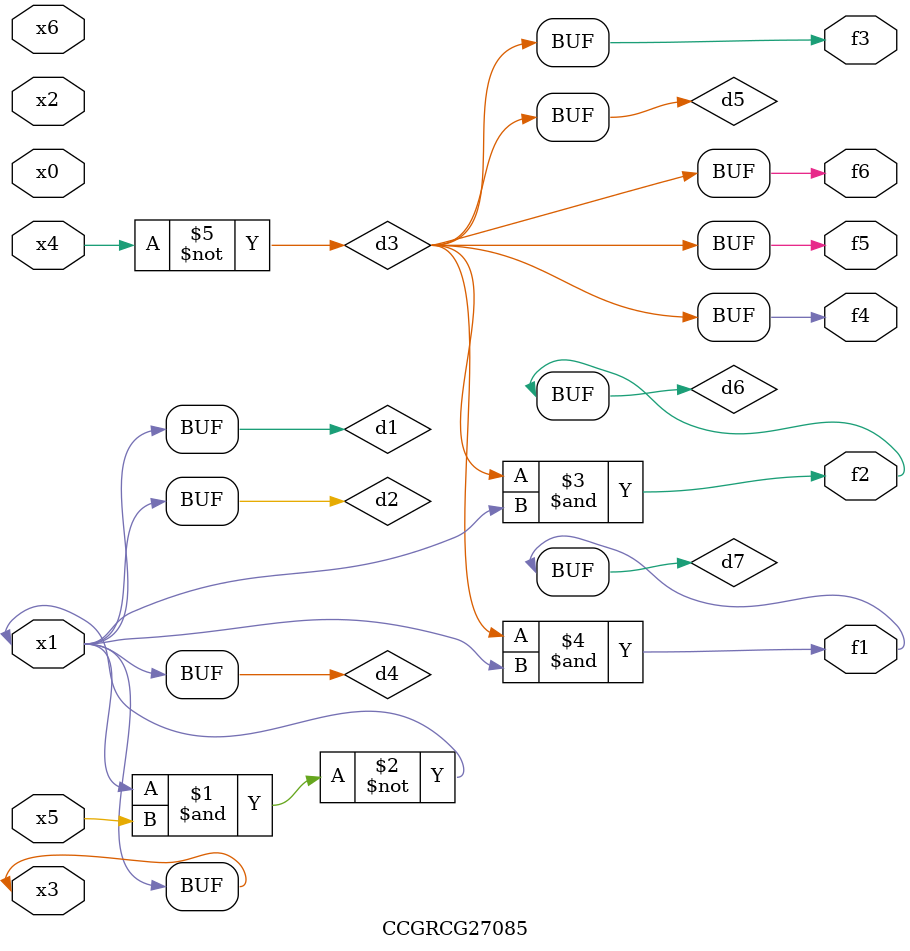
<source format=v>
module CCGRCG27085(
	input x0, x1, x2, x3, x4, x5, x6,
	output f1, f2, f3, f4, f5, f6
);

	wire d1, d2, d3, d4, d5, d6, d7;

	buf (d1, x1, x3);
	nand (d2, x1, x5);
	not (d3, x4);
	buf (d4, d1, d2);
	buf (d5, d3);
	and (d6, d3, d4);
	and (d7, d3, d4);
	assign f1 = d7;
	assign f2 = d6;
	assign f3 = d5;
	assign f4 = d5;
	assign f5 = d5;
	assign f6 = d5;
endmodule

</source>
